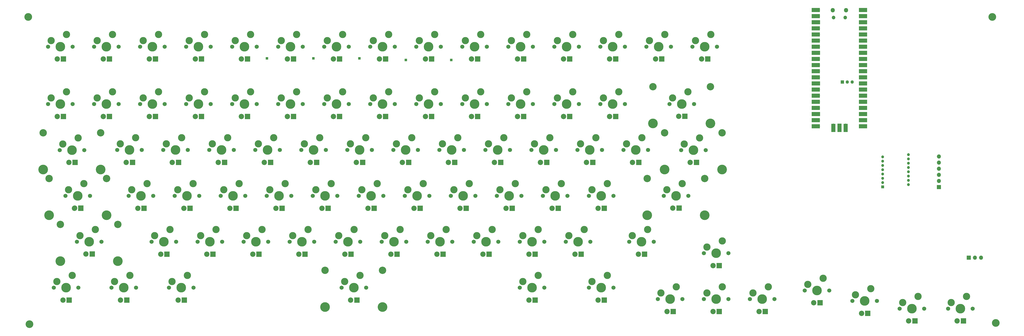
<source format=gbr>
%TF.GenerationSoftware,KiCad,Pcbnew,(6.0.10)*%
%TF.CreationDate,2023-01-22T17:56:11-08:00*%
%TF.ProjectId,OOTstag rev2,4f4f5473-7461-4672-9072-6576322e6b69,rev?*%
%TF.SameCoordinates,Original*%
%TF.FileFunction,Soldermask,Top*%
%TF.FilePolarity,Negative*%
%FSLAX46Y46*%
G04 Gerber Fmt 4.6, Leading zero omitted, Abs format (unit mm)*
G04 Created by KiCad (PCBNEW (6.0.10)) date 2023-01-22 17:56:11*
%MOMM*%
%LPD*%
G01*
G04 APERTURE LIST*
%ADD10C,4.000000*%
%ADD11C,1.701800*%
%ADD12C,3.050000*%
%ADD13C,3.987800*%
%ADD14C,3.000000*%
%ADD15C,2.200000*%
%ADD16R,2.200000X2.200000*%
%ADD17R,1.000000X1.000000*%
%ADD18C,3.200000*%
%ADD19R,1.350000X1.350000*%
%ADD20O,1.350000X1.350000*%
%ADD21O,1.500000X1.500000*%
%ADD22O,1.800000X1.800000*%
%ADD23O,1.700000X1.700000*%
%ADD24R,3.500000X1.700000*%
%ADD25R,1.700000X1.700000*%
%ADD26R,1.700000X3.500000*%
%ADD27R,1.200000X1.200000*%
%ADD28C,1.200000*%
G04 APERTURE END LIST*
D10*
%TO.C,K76*%
X195030950Y-265524300D03*
D11*
X201863750Y-257472500D03*
D12*
X195030950Y-250284300D03*
D13*
X206943750Y-257472500D03*
D14*
X203133750Y-254932500D03*
D10*
X218830950Y-265524300D03*
D14*
X209483750Y-252392500D03*
D11*
X212023750Y-257472500D03*
D12*
X218830950Y-250284300D03*
D15*
X205648350Y-262577900D03*
D16*
X208213750Y-262577900D03*
%TD*%
D14*
%TO.C,K40*%
X262665000Y-197782500D03*
D11*
X261395000Y-200322500D03*
D14*
X269015000Y-195242500D03*
D13*
X266475000Y-200322500D03*
D11*
X271555000Y-200322500D03*
D15*
X265179600Y-205427900D03*
D16*
X267745000Y-205427900D03*
%TD*%
D14*
%TO.C,K62*%
X149952500Y-233342500D03*
X143602500Y-235882500D03*
D11*
X142332500Y-238422500D03*
X152492500Y-238422500D03*
D13*
X147412500Y-238422500D03*
D15*
X146117100Y-243527900D03*
D16*
X148682500Y-243527900D03*
%TD*%
D17*
%TO.C,REF\u002A\u002A*%
X190250000Y-162250000D03*
%TD*%
D14*
%TO.C,K4*%
X157890000Y-154920000D03*
X164240000Y-152380000D03*
D13*
X161700000Y-157460000D03*
D11*
X166780000Y-157460000D03*
X156620000Y-157460000D03*
D15*
X160404600Y-162565400D03*
D16*
X162970000Y-162565400D03*
%TD*%
D11*
%TO.C,K76*%
X97780300Y-219368200D03*
D14*
X88890300Y-216828200D03*
D10*
X80787500Y-227420000D03*
D12*
X104587500Y-212180000D03*
D13*
X92700300Y-219368200D03*
D12*
X80787500Y-212180000D03*
D10*
X104587500Y-227420000D03*
D14*
X95240300Y-214288200D03*
D11*
X87620300Y-219368200D03*
D15*
X91404900Y-224473600D03*
D16*
X93970300Y-224473600D03*
%TD*%
D14*
%TO.C,K46*%
X88833750Y-216832500D03*
D13*
X92643750Y-219372500D03*
D14*
X95183750Y-214292500D03*
D11*
X97723750Y-219372500D03*
X87563750Y-219372500D03*
D15*
X91348350Y-224477900D03*
D16*
X93913750Y-224477900D03*
%TD*%
D10*
%TO.C,K76*%
X78387500Y-208420000D03*
D13*
X90300300Y-200368200D03*
D11*
X95380300Y-200368200D03*
D14*
X86490300Y-197828200D03*
D10*
X102187500Y-208420000D03*
D12*
X102187500Y-193180000D03*
D11*
X85220300Y-200368200D03*
D14*
X92840300Y-195288200D03*
D12*
X78387500Y-193180000D03*
D15*
X89004900Y-205473600D03*
D16*
X91570300Y-205473600D03*
%TD*%
D13*
%TO.C,K8*%
X237900000Y-157460000D03*
D14*
X240440000Y-152380000D03*
X234090000Y-154920000D03*
D11*
X232820000Y-157460000D03*
X242980000Y-157460000D03*
D15*
X236604600Y-162565400D03*
D16*
X239170000Y-162565400D03*
%TD*%
D14*
%TO.C,K51*%
X191227500Y-216832500D03*
D13*
X195037500Y-219372500D03*
D11*
X200117500Y-219372500D03*
X189957500Y-219372500D03*
D14*
X197577500Y-214292500D03*
D15*
X193742100Y-224477900D03*
D16*
X196307500Y-224477900D03*
%TD*%
D14*
%TO.C,K14*%
X354740000Y-152380000D03*
D13*
X352200000Y-157460000D03*
D14*
X348390000Y-154920000D03*
D11*
X357280000Y-157460000D03*
X347120000Y-157460000D03*
D15*
X350904600Y-162565400D03*
D16*
X353470000Y-162565400D03*
%TD*%
D18*
%TO.C,H2*%
X471200000Y-145100000D03*
%TD*%
D14*
%TO.C,K3*%
X138840000Y-154920000D03*
D11*
X137570000Y-157460000D03*
D14*
X145190000Y-152380000D03*
D11*
X147730000Y-157460000D03*
D13*
X142650000Y-157460000D03*
D15*
X141354600Y-162565400D03*
D16*
X143920000Y-162565400D03*
%TD*%
D14*
%TO.C,K12*%
X316640000Y-152380000D03*
D11*
X309020000Y-157460000D03*
X319180000Y-157460000D03*
D13*
X314100000Y-157460000D03*
D14*
X310290000Y-154920000D03*
D15*
X312804600Y-162565400D03*
D16*
X315370000Y-162565400D03*
%TD*%
D14*
%TO.C,K42*%
X300765000Y-197782500D03*
D11*
X299495000Y-200322500D03*
D13*
X304575000Y-200322500D03*
D11*
X309655000Y-200322500D03*
D14*
X307115000Y-195242500D03*
D15*
X303279600Y-205427900D03*
D16*
X305845000Y-205427900D03*
%TD*%
D13*
%TO.C,K78*%
X309337500Y-257472500D03*
D11*
X314417500Y-257472500D03*
D14*
X305527500Y-254932500D03*
X311877500Y-252392500D03*
D11*
X304257500Y-257472500D03*
D15*
X308042100Y-262577900D03*
D16*
X310607500Y-262577900D03*
%TD*%
D14*
%TO.C,K55*%
X267427500Y-216832500D03*
D11*
X266157500Y-219372500D03*
X276317500Y-219372500D03*
D13*
X271237500Y-219372500D03*
D14*
X273777500Y-214292500D03*
D15*
X269942100Y-224477900D03*
D16*
X272507500Y-224477900D03*
%TD*%
D11*
%TO.C,K5*%
X185830000Y-157460000D03*
D14*
X183290000Y-152380000D03*
X176940000Y-154920000D03*
D11*
X175670000Y-157460000D03*
D13*
X180750000Y-157460000D03*
D15*
X179454600Y-162565400D03*
D16*
X182020000Y-162565400D03*
%TD*%
D14*
%TO.C,K61*%
X130902500Y-233342500D03*
D13*
X128362500Y-238422500D03*
D11*
X133442500Y-238422500D03*
X123282500Y-238422500D03*
D14*
X124552500Y-235882500D03*
D15*
X127067100Y-243527900D03*
D16*
X129632500Y-243527900D03*
%TD*%
D19*
%TO.C,REF\u002A\u002A*%
X409200000Y-172100000D03*
D20*
X411200000Y-172100000D03*
X413200000Y-172100000D03*
%TD*%
D14*
%TO.C,K72*%
X353152500Y-240645000D03*
D11*
X351882500Y-243185000D03*
X362042500Y-243185000D03*
D14*
X359502500Y-238105000D03*
D13*
X356962500Y-243185000D03*
D15*
X355667100Y-248290400D03*
D16*
X358232500Y-248290400D03*
%TD*%
D17*
%TO.C,REF\u002A\u002A*%
X171000000Y-162250000D03*
%TD*%
D14*
%TO.C,K64*%
X181702500Y-235882500D03*
D11*
X180432500Y-238422500D03*
D14*
X188052500Y-233342500D03*
D13*
X185512500Y-238422500D03*
D11*
X190592500Y-238422500D03*
D15*
X184217100Y-243527900D03*
D16*
X186782500Y-243527900D03*
%TD*%
D11*
%TO.C,MX_NUM6*%
X432850000Y-266140000D03*
D14*
X434120000Y-263600000D03*
D13*
X437930000Y-266140000D03*
D14*
X440470000Y-261060000D03*
D11*
X443010000Y-266140000D03*
D15*
X436634600Y-271245400D03*
D16*
X439200000Y-271245400D03*
%TD*%
D11*
%TO.C,K79*%
X342992500Y-262235000D03*
D14*
X340452500Y-257155000D03*
D11*
X332832500Y-262235000D03*
D14*
X334102500Y-259695000D03*
D13*
X337912500Y-262235000D03*
D15*
X336617100Y-267340400D03*
D16*
X339182500Y-267340400D03*
%TD*%
D11*
%TO.C,K54*%
X257267500Y-219372500D03*
D14*
X254727500Y-214292500D03*
D11*
X247107500Y-219372500D03*
D14*
X248377500Y-216832500D03*
D13*
X252187500Y-219372500D03*
D15*
X250892100Y-224477900D03*
D16*
X253457500Y-224477900D03*
%TD*%
D11*
%TO.C,K65*%
X209642500Y-238422500D03*
D14*
X200752500Y-235882500D03*
D11*
X199482500Y-238422500D03*
D14*
X207102500Y-233342500D03*
D13*
X204562500Y-238422500D03*
D15*
X203267100Y-243527900D03*
D16*
X205832500Y-243527900D03*
%TD*%
D14*
%TO.C,K18*%
X126140000Y-176192500D03*
X119790000Y-178732500D03*
D13*
X123600000Y-181272500D03*
D11*
X118520000Y-181272500D03*
X128680000Y-181272500D03*
D15*
X122304600Y-186377900D03*
D16*
X124870000Y-186377900D03*
%TD*%
D13*
%TO.C,K7*%
X218850000Y-157460000D03*
D14*
X221390000Y-152380000D03*
X215040000Y-154920000D03*
D11*
X213770000Y-157460000D03*
X223930000Y-157460000D03*
D15*
X217554600Y-162565400D03*
D16*
X220120000Y-162565400D03*
%TD*%
D14*
%TO.C,K68*%
X264252500Y-233342500D03*
X257902500Y-235882500D03*
D11*
X256632500Y-238422500D03*
X266792500Y-238422500D03*
D13*
X261712500Y-238422500D03*
D15*
X260417100Y-243527900D03*
D16*
X262982500Y-243527900D03*
%TD*%
D14*
%TO.C,K49*%
X153127500Y-216832500D03*
D13*
X156937500Y-219372500D03*
D14*
X159477500Y-214292500D03*
D11*
X162017500Y-219372500D03*
X151857500Y-219372500D03*
D15*
X155642100Y-224477900D03*
D16*
X158207500Y-224477900D03*
%TD*%
D17*
%TO.C,REF\u002A\u002A*%
X209250000Y-162250000D03*
%TD*%
D14*
%TO.C,K34*%
X148365000Y-197782500D03*
X154715000Y-195242500D03*
D11*
X147095000Y-200322500D03*
D13*
X152175000Y-200322500D03*
D11*
X157255000Y-200322500D03*
D15*
X150879600Y-205427900D03*
D16*
X153445000Y-205427900D03*
%TD*%
D11*
%TO.C,K17*%
X99470000Y-181272500D03*
X109630000Y-181272500D03*
D13*
X104550000Y-181272500D03*
D14*
X100740000Y-178732500D03*
X107090000Y-176192500D03*
D15*
X103254600Y-186377900D03*
D16*
X105820000Y-186377900D03*
%TD*%
D14*
%TO.C,K24*%
X234090000Y-178732500D03*
D13*
X237900000Y-181272500D03*
D11*
X242980000Y-181272500D03*
D14*
X240440000Y-176192500D03*
D11*
X232820000Y-181272500D03*
D15*
X236604600Y-186377900D03*
D16*
X239170000Y-186377900D03*
%TD*%
D14*
%TO.C,K36*%
X192815000Y-195242500D03*
D13*
X190275000Y-200322500D03*
D14*
X186465000Y-197782500D03*
D11*
X195355000Y-200322500D03*
X185195000Y-200322500D03*
D15*
X188979600Y-205427900D03*
D16*
X191545000Y-205427900D03*
%TD*%
D11*
%TO.C,K21*%
X185830000Y-181272500D03*
X175670000Y-181272500D03*
D13*
X180750000Y-181272500D03*
D14*
X176940000Y-178732500D03*
X183290000Y-176192500D03*
D15*
X179454600Y-186377900D03*
D16*
X182020000Y-186377900D03*
%TD*%
D11*
%TO.C,MX_NUM4*%
X393554600Y-258600000D03*
D13*
X398634600Y-258600000D03*
D14*
X394824600Y-256060000D03*
X401174600Y-253520000D03*
D11*
X403714600Y-258600000D03*
D15*
X397339200Y-263705400D03*
D16*
X399904600Y-263705400D03*
%TD*%
D13*
%TO.C,K28*%
X314100000Y-181272500D03*
D14*
X310290000Y-178732500D03*
D11*
X319180000Y-181272500D03*
X309020000Y-181272500D03*
D14*
X316640000Y-176192500D03*
D15*
X312804600Y-186377900D03*
D16*
X315370000Y-186377900D03*
%TD*%
D14*
%TO.C,K38*%
X224565000Y-197782500D03*
D11*
X233455000Y-200322500D03*
D13*
X228375000Y-200322500D03*
D14*
X230915000Y-195242500D03*
D11*
X223295000Y-200322500D03*
D15*
X227079600Y-205427900D03*
D16*
X229645000Y-205427900D03*
%TD*%
D13*
%TO.C,K33*%
X133125000Y-200322500D03*
D14*
X135665000Y-195242500D03*
D11*
X138205000Y-200322500D03*
D14*
X129315000Y-197782500D03*
D11*
X128045000Y-200322500D03*
D15*
X131829600Y-205427900D03*
D16*
X134395000Y-205427900D03*
%TD*%
D11*
%TO.C,K37*%
X204245000Y-200322500D03*
X214405000Y-200322500D03*
D14*
X205515000Y-197782500D03*
D13*
X209325000Y-200322500D03*
D14*
X211865000Y-195242500D03*
D15*
X208029600Y-205427900D03*
D16*
X210595000Y-205427900D03*
%TD*%
D14*
%TO.C,K63*%
X162652500Y-235882500D03*
D11*
X161382500Y-238422500D03*
D13*
X166462500Y-238422500D03*
D14*
X169002500Y-233342500D03*
D11*
X171542500Y-238422500D03*
D15*
X165167100Y-243527900D03*
D16*
X167732500Y-243527900D03*
%TD*%
D10*
%TO.C,K76*%
X354587500Y-189320000D03*
D11*
X347780300Y-181268200D03*
D12*
X354587500Y-174080000D03*
X330787500Y-174080000D03*
D14*
X345240300Y-176188200D03*
D10*
X330787500Y-189320000D03*
D14*
X338890300Y-178728200D03*
D11*
X337620300Y-181268200D03*
D13*
X342700300Y-181268200D03*
D15*
X341404900Y-186373600D03*
D16*
X343970300Y-186373600D03*
%TD*%
D13*
%TO.C,K76*%
X340300300Y-219368200D03*
D14*
X342840300Y-214288200D03*
D11*
X335220300Y-219368200D03*
D12*
X328387500Y-212180000D03*
X352187500Y-212180000D03*
D11*
X345380300Y-219368200D03*
D10*
X352187500Y-227420000D03*
X328387500Y-227420000D03*
D14*
X336490300Y-216828200D03*
D15*
X339004900Y-224473600D03*
D16*
X341570300Y-224473600D03*
%TD*%
D14*
%TO.C,K75*%
X131696250Y-254932500D03*
D11*
X140586250Y-257472500D03*
D14*
X138046250Y-252392500D03*
D13*
X135506250Y-257472500D03*
D11*
X130426250Y-257472500D03*
D15*
X134210850Y-262577900D03*
D16*
X136776250Y-262577900D03*
%TD*%
D18*
%TO.C,H3*%
X72700000Y-272600000D03*
%TD*%
D14*
%TO.C,K1*%
X100740000Y-154920000D03*
D11*
X99470000Y-157460000D03*
D13*
X104550000Y-157460000D03*
D14*
X107090000Y-152380000D03*
D11*
X109630000Y-157460000D03*
D15*
X103254600Y-162565400D03*
D16*
X105820000Y-162565400D03*
%TD*%
D14*
%TO.C,K0*%
X88040000Y-152380000D03*
D11*
X90580000Y-157460000D03*
X80420000Y-157460000D03*
D14*
X81690000Y-154920000D03*
D13*
X85500000Y-157460000D03*
D15*
X84204600Y-162565400D03*
D16*
X86770000Y-162565400D03*
%TD*%
D11*
%TO.C,K25*%
X262030000Y-181272500D03*
X251870000Y-181272500D03*
D13*
X256950000Y-181272500D03*
D14*
X259490000Y-176192500D03*
X253140000Y-178732500D03*
D15*
X255654600Y-186377900D03*
D16*
X258220000Y-186377900D03*
%TD*%
D11*
%TO.C,K69*%
X275682500Y-238422500D03*
D13*
X280762500Y-238422500D03*
D14*
X276952500Y-235882500D03*
X283302500Y-233342500D03*
D11*
X285842500Y-238422500D03*
D15*
X279467100Y-243527900D03*
D16*
X282032500Y-243527900D03*
%TD*%
D21*
%TO.C,REF\u002A\u002A*%
X405525000Y-145380000D03*
D22*
X410675000Y-142350000D03*
D21*
X410375000Y-145380000D03*
D22*
X405225000Y-142350000D03*
D23*
X399060000Y-142220000D03*
D24*
X398160000Y-142220000D03*
X398160000Y-144760000D03*
D23*
X399060000Y-144760000D03*
D25*
X399060000Y-147300000D03*
D24*
X398160000Y-147300000D03*
X398160000Y-149840000D03*
D23*
X399060000Y-149840000D03*
X399060000Y-152380000D03*
D24*
X398160000Y-152380000D03*
X398160000Y-154920000D03*
D23*
X399060000Y-154920000D03*
X399060000Y-157460000D03*
D24*
X398160000Y-157460000D03*
X398160000Y-160000000D03*
D25*
X399060000Y-160000000D03*
D23*
X399060000Y-162540000D03*
D24*
X398160000Y-162540000D03*
D23*
X399060000Y-165080000D03*
D24*
X398160000Y-165080000D03*
D23*
X399060000Y-167620000D03*
D24*
X398160000Y-167620000D03*
X398160000Y-170160000D03*
D23*
X399060000Y-170160000D03*
D25*
X399060000Y-172700000D03*
D24*
X398160000Y-172700000D03*
D23*
X399060000Y-175240000D03*
D24*
X398160000Y-175240000D03*
X398160000Y-177780000D03*
D23*
X399060000Y-177780000D03*
D24*
X398160000Y-180320000D03*
D23*
X399060000Y-180320000D03*
D24*
X398160000Y-182860000D03*
D23*
X399060000Y-182860000D03*
D25*
X399060000Y-185400000D03*
D24*
X398160000Y-185400000D03*
D23*
X399060000Y-187940000D03*
D24*
X398160000Y-187940000D03*
X398160000Y-190480000D03*
D23*
X399060000Y-190480000D03*
X416840000Y-190480000D03*
D24*
X417740000Y-190480000D03*
X417740000Y-187940000D03*
D23*
X416840000Y-187940000D03*
D25*
X416840000Y-185400000D03*
D24*
X417740000Y-185400000D03*
D23*
X416840000Y-182860000D03*
D24*
X417740000Y-182860000D03*
X417740000Y-180320000D03*
D23*
X416840000Y-180320000D03*
X416840000Y-177780000D03*
D24*
X417740000Y-177780000D03*
D23*
X416840000Y-175240000D03*
D24*
X417740000Y-175240000D03*
D25*
X416840000Y-172700000D03*
D24*
X417740000Y-172700000D03*
D23*
X416840000Y-170160000D03*
D24*
X417740000Y-170160000D03*
D23*
X416840000Y-167620000D03*
D24*
X417740000Y-167620000D03*
X417740000Y-165080000D03*
D23*
X416840000Y-165080000D03*
X416840000Y-162540000D03*
D24*
X417740000Y-162540000D03*
X417740000Y-160000000D03*
D25*
X416840000Y-160000000D03*
D24*
X417740000Y-157460000D03*
D23*
X416840000Y-157460000D03*
D24*
X417740000Y-154920000D03*
D23*
X416840000Y-154920000D03*
X416840000Y-152380000D03*
D24*
X417740000Y-152380000D03*
D23*
X416840000Y-149840000D03*
D24*
X417740000Y-149840000D03*
X417740000Y-147300000D03*
D25*
X416840000Y-147300000D03*
D24*
X417740000Y-144760000D03*
D23*
X416840000Y-144760000D03*
D24*
X417740000Y-142220000D03*
D23*
X416840000Y-142220000D03*
D26*
X405410000Y-191150000D03*
D23*
X405410000Y-190250000D03*
D25*
X407950000Y-190250000D03*
D26*
X407950000Y-191150000D03*
X410490000Y-191150000D03*
D23*
X410490000Y-190250000D03*
%TD*%
D14*
%TO.C,K19*%
X145190000Y-176192500D03*
X138840000Y-178732500D03*
D11*
X137570000Y-181272500D03*
X147730000Y-181272500D03*
D13*
X142650000Y-181272500D03*
D15*
X141354600Y-186377900D03*
D16*
X143920000Y-186377900D03*
%TD*%
D14*
%TO.C,K57*%
X305527500Y-216832500D03*
X311877500Y-214292500D03*
D11*
X314417500Y-219372500D03*
D13*
X309337500Y-219372500D03*
D11*
X304257500Y-219372500D03*
D15*
X308042100Y-224477900D03*
D16*
X310607500Y-224477900D03*
%TD*%
D13*
%TO.C,K13*%
X333150000Y-157460000D03*
D14*
X335690000Y-152380000D03*
D11*
X338230000Y-157460000D03*
D14*
X329340000Y-154920000D03*
D11*
X328070000Y-157460000D03*
D15*
X331854600Y-162565400D03*
D16*
X334420000Y-162565400D03*
%TD*%
D14*
%TO.C,K56*%
X292827500Y-214292500D03*
X286477500Y-216832500D03*
D11*
X285207500Y-219372500D03*
X295367500Y-219372500D03*
D13*
X290287500Y-219372500D03*
D15*
X288992100Y-224477900D03*
D16*
X291557500Y-224477900D03*
%TD*%
D11*
%TO.C,K77*%
X275682500Y-257472500D03*
D14*
X283302500Y-252392500D03*
D13*
X280762500Y-257472500D03*
D11*
X285842500Y-257472500D03*
D14*
X276952500Y-254932500D03*
D15*
X279467100Y-262577900D03*
D16*
X282032500Y-262577900D03*
%TD*%
D14*
%TO.C,K70*%
X302352500Y-233342500D03*
D11*
X304892500Y-238422500D03*
X294732500Y-238422500D03*
D14*
X296002500Y-235882500D03*
D13*
X299812500Y-238422500D03*
D15*
X298517100Y-243527900D03*
D16*
X301082500Y-243527900D03*
%TD*%
D14*
%TO.C,K39*%
X243615000Y-197782500D03*
X249965000Y-195242500D03*
D11*
X252505000Y-200322500D03*
X242345000Y-200322500D03*
D13*
X247425000Y-200322500D03*
D15*
X246129600Y-205427900D03*
D16*
X248695000Y-205427900D03*
%TD*%
D11*
%TO.C,K6*%
X204880000Y-157460000D03*
D13*
X199800000Y-157460000D03*
D14*
X195990000Y-154920000D03*
D11*
X194720000Y-157460000D03*
D14*
X202340000Y-152380000D03*
D15*
X198504600Y-162565400D03*
D16*
X201070000Y-162565400D03*
%TD*%
D11*
%TO.C,K67*%
X237582500Y-238422500D03*
D14*
X238852500Y-235882500D03*
X245202500Y-233342500D03*
D11*
X247742500Y-238422500D03*
D13*
X242662500Y-238422500D03*
D15*
X241367100Y-243527900D03*
D16*
X243932500Y-243527900D03*
%TD*%
D11*
%TO.C,K22*%
X204880000Y-181272500D03*
D14*
X195990000Y-178732500D03*
X202340000Y-176192500D03*
D11*
X194720000Y-181272500D03*
D13*
X199800000Y-181272500D03*
D15*
X198504600Y-186377900D03*
D16*
X201070000Y-186377900D03*
%TD*%
D23*
%TO.C,J1*%
X449109000Y-203002000D03*
X449109000Y-205542000D03*
X449109000Y-208082000D03*
X449109000Y-210622000D03*
X449109000Y-213162000D03*
D25*
X449109000Y-215702000D03*
%TD*%
D14*
%TO.C,K76*%
X93590300Y-235828200D03*
D11*
X92320300Y-238368200D03*
X102480300Y-238368200D03*
D12*
X109287500Y-231180000D03*
D10*
X109287500Y-246420000D03*
D13*
X97400300Y-238368200D03*
D10*
X85487500Y-246420000D03*
D12*
X85487500Y-231180000D03*
D14*
X99940300Y-233288200D03*
D15*
X96104900Y-243473600D03*
D16*
X98670300Y-243473600D03*
%TD*%
D14*
%TO.C,K27*%
X291240000Y-178732500D03*
D11*
X300130000Y-181272500D03*
X289970000Y-181272500D03*
D13*
X295050000Y-181272500D03*
D14*
X297590000Y-176192500D03*
D15*
X293754600Y-186377900D03*
D16*
X296320000Y-186377900D03*
%TD*%
D13*
%TO.C,K66*%
X223612500Y-238422500D03*
D11*
X228692500Y-238422500D03*
D14*
X219802500Y-235882500D03*
D11*
X218532500Y-238422500D03*
D14*
X226152500Y-233342500D03*
D15*
X222317100Y-243527900D03*
D16*
X224882500Y-243527900D03*
%TD*%
D14*
%TO.C,K71*%
X328546250Y-233342500D03*
X322196250Y-235882500D03*
D13*
X326006250Y-238422500D03*
D11*
X331086250Y-238422500D03*
X320926250Y-238422500D03*
D15*
X324710850Y-243527900D03*
D16*
X327276250Y-243527900D03*
%TD*%
D13*
%TO.C,K76*%
X347500300Y-200368200D03*
D10*
X335587500Y-208420000D03*
D11*
X352580300Y-200368200D03*
D14*
X343690300Y-197828200D03*
D12*
X359387500Y-193180000D03*
D11*
X342420300Y-200368200D03*
D10*
X359387500Y-208420000D03*
D12*
X335587500Y-193180000D03*
D14*
X350040300Y-195288200D03*
D15*
X346204900Y-205473600D03*
D16*
X348770300Y-205473600D03*
%TD*%
D14*
%TO.C,K35*%
X167415000Y-197782500D03*
D11*
X176305000Y-200322500D03*
D14*
X173765000Y-195242500D03*
D13*
X171225000Y-200322500D03*
D11*
X166145000Y-200322500D03*
D15*
X169929600Y-205427900D03*
D16*
X172495000Y-205427900D03*
%TD*%
D11*
%TO.C,K48*%
X142967500Y-219372500D03*
D13*
X137887500Y-219372500D03*
D14*
X134077500Y-216832500D03*
X140427500Y-214292500D03*
D11*
X132807500Y-219372500D03*
D15*
X136592100Y-224477900D03*
D16*
X139157500Y-224477900D03*
%TD*%
D11*
%TO.C,K74*%
X116773750Y-257472500D03*
D14*
X114233750Y-252392500D03*
X107883750Y-254932500D03*
D13*
X111693750Y-257472500D03*
D11*
X106613750Y-257472500D03*
D15*
X110398350Y-262577900D03*
D16*
X112963750Y-262577900D03*
%TD*%
D11*
%TO.C,K43*%
X318545000Y-200322500D03*
D14*
X326165000Y-195242500D03*
X319815000Y-197782500D03*
D11*
X328705000Y-200322500D03*
D13*
X323625000Y-200322500D03*
D15*
X322329600Y-205427900D03*
D16*
X324895000Y-205427900D03*
%TD*%
D11*
%TO.C,K23*%
X223930000Y-181272500D03*
D13*
X218850000Y-181272500D03*
D14*
X221390000Y-176192500D03*
D11*
X213770000Y-181272500D03*
D14*
X215040000Y-178732500D03*
D15*
X217554600Y-186377900D03*
D16*
X220120000Y-186377900D03*
%TD*%
D18*
%TO.C,H1*%
X72200000Y-145100000D03*
%TD*%
D17*
%TO.C,REF\u002A\u002A*%
X228500000Y-163000000D03*
%TD*%
D14*
%TO.C,K9*%
X253140000Y-154920000D03*
X259490000Y-152380000D03*
D11*
X251870000Y-157460000D03*
X262030000Y-157460000D03*
D13*
X256950000Y-157460000D03*
D15*
X255654600Y-162565400D03*
D16*
X258220000Y-162565400D03*
%TD*%
D14*
%TO.C,K16*%
X88040000Y-176192500D03*
X81690000Y-178732500D03*
D11*
X90580000Y-181272500D03*
D13*
X85500000Y-181272500D03*
D11*
X80420000Y-181272500D03*
D15*
X84204600Y-186377900D03*
D16*
X86770000Y-186377900D03*
%TD*%
D11*
%TO.C,MX_NUM7*%
X452914600Y-266140000D03*
X463074600Y-266140000D03*
D13*
X457994600Y-266140000D03*
D14*
X460534600Y-261060000D03*
X454184600Y-263600000D03*
D15*
X456699200Y-271245400D03*
D16*
X459264600Y-271245400D03*
%TD*%
D11*
%TO.C,K50*%
X181067500Y-219372500D03*
D14*
X172177500Y-216832500D03*
X178527500Y-214292500D03*
D13*
X175987500Y-219372500D03*
D11*
X170907500Y-219372500D03*
D15*
X174692100Y-224477900D03*
D16*
X177257500Y-224477900D03*
%TD*%
D25*
%TO.C,REF\u002A\u002A*%
X461457011Y-244983012D03*
D23*
X463997011Y-244983012D03*
X466537011Y-244983012D03*
%TD*%
D17*
%TO.C,REF\u002A\u002A*%
X247250000Y-163000000D03*
%TD*%
D14*
%TO.C,K10*%
X272190000Y-154920000D03*
D11*
X281080000Y-157460000D03*
D13*
X276000000Y-157460000D03*
D14*
X278540000Y-152380000D03*
D11*
X270920000Y-157460000D03*
D15*
X274704600Y-162565400D03*
D16*
X277270000Y-162565400D03*
%TD*%
D14*
%TO.C,K41*%
X281715000Y-197782500D03*
D13*
X285525000Y-200322500D03*
D11*
X290605000Y-200322500D03*
D14*
X288065000Y-195242500D03*
D11*
X280445000Y-200322500D03*
D15*
X284229600Y-205427900D03*
D16*
X286795000Y-205427900D03*
%TD*%
D14*
%TO.C,K52*%
X210277500Y-216832500D03*
D11*
X209007500Y-219372500D03*
X219167500Y-219372500D03*
D13*
X214087500Y-219372500D03*
D14*
X216627500Y-214292500D03*
D15*
X212792100Y-224477900D03*
D16*
X215357500Y-224477900D03*
%TD*%
D18*
%TO.C,H4*%
X472700000Y-272100000D03*
%TD*%
D11*
%TO.C,K20*%
X156620000Y-181272500D03*
D13*
X161700000Y-181272500D03*
D14*
X157890000Y-178732500D03*
X164240000Y-176192500D03*
D11*
X166780000Y-181272500D03*
D15*
X160404600Y-186377900D03*
D16*
X162970000Y-186377900D03*
%TD*%
D11*
%TO.C,K11*%
X289970000Y-157460000D03*
D14*
X297590000Y-152380000D03*
X291240000Y-154920000D03*
D13*
X295050000Y-157460000D03*
D11*
X300130000Y-157460000D03*
D15*
X293754600Y-162565400D03*
D16*
X296320000Y-162565400D03*
%TD*%
D11*
%TO.C,K73*%
X82801250Y-257472500D03*
D13*
X87881250Y-257472500D03*
D14*
X90421250Y-252392500D03*
X84071250Y-254932500D03*
D11*
X92961250Y-257472500D03*
D15*
X86585850Y-262577900D03*
D16*
X89151250Y-262577900D03*
%TD*%
D11*
%TO.C,K26*%
X281080000Y-181272500D03*
D13*
X276000000Y-181272500D03*
D14*
X278540000Y-176192500D03*
D11*
X270920000Y-181272500D03*
D14*
X272190000Y-178732500D03*
D15*
X274704600Y-186377900D03*
D16*
X277270000Y-186377900D03*
%TD*%
D14*
%TO.C,K81*%
X372202500Y-259695000D03*
D11*
X370932500Y-262235000D03*
D13*
X376012500Y-262235000D03*
D14*
X378552500Y-257155000D03*
D11*
X381092500Y-262235000D03*
D15*
X374717100Y-267340400D03*
D16*
X377282500Y-267340400D03*
%TD*%
D13*
%TO.C,MX_NUM5*%
X418430000Y-262994600D03*
D11*
X413350000Y-262994600D03*
X423510000Y-262994600D03*
D14*
X414620000Y-260454600D03*
X420970000Y-257914600D03*
D15*
X417134600Y-268100000D03*
D16*
X419700000Y-268100000D03*
%TD*%
D14*
%TO.C,K32*%
X116615000Y-195242500D03*
D11*
X108995000Y-200322500D03*
D14*
X110265000Y-197782500D03*
D13*
X114075000Y-200322500D03*
D11*
X119155000Y-200322500D03*
D15*
X112779600Y-205427900D03*
D16*
X115345000Y-205427900D03*
%TD*%
D14*
%TO.C,K2*%
X119790000Y-154920000D03*
D11*
X118520000Y-157460000D03*
D13*
X123600000Y-157460000D03*
D14*
X126140000Y-152380000D03*
D11*
X128680000Y-157460000D03*
D15*
X122304600Y-162565400D03*
D16*
X124870000Y-162565400D03*
%TD*%
D14*
%TO.C,K47*%
X121377500Y-214292500D03*
D11*
X123917500Y-219372500D03*
X113757500Y-219372500D03*
D14*
X115027500Y-216832500D03*
D13*
X118837500Y-219372500D03*
D15*
X117542100Y-224477900D03*
D16*
X120107500Y-224477900D03*
%TD*%
D11*
%TO.C,K80*%
X351882500Y-262235000D03*
D14*
X353152500Y-259695000D03*
D11*
X362042500Y-262235000D03*
D14*
X359502500Y-257155000D03*
D13*
X356962500Y-262235000D03*
D15*
X355667100Y-267340400D03*
D16*
X358232500Y-267340400D03*
%TD*%
D14*
%TO.C,K53*%
X235677500Y-214292500D03*
X229327500Y-216832500D03*
D11*
X238217500Y-219372500D03*
X228057500Y-219372500D03*
D13*
X233137500Y-219372500D03*
D15*
X231842100Y-224477900D03*
D16*
X234407500Y-224477900D03*
%TD*%
D27*
%TO.C,U2*%
X425845000Y-215620000D03*
D28*
X425845000Y-213840000D03*
X425845000Y-212060000D03*
X425845000Y-210280000D03*
X425845000Y-208500000D03*
X425845000Y-206720000D03*
X425845000Y-204940000D03*
X425845000Y-203160000D03*
X436545000Y-202270000D03*
X436545000Y-204050000D03*
X436545000Y-205830000D03*
X436545000Y-207610000D03*
X436545000Y-209390000D03*
X436545000Y-211170000D03*
X436545000Y-212950000D03*
X436545000Y-214730000D03*
%TD*%
M02*

</source>
